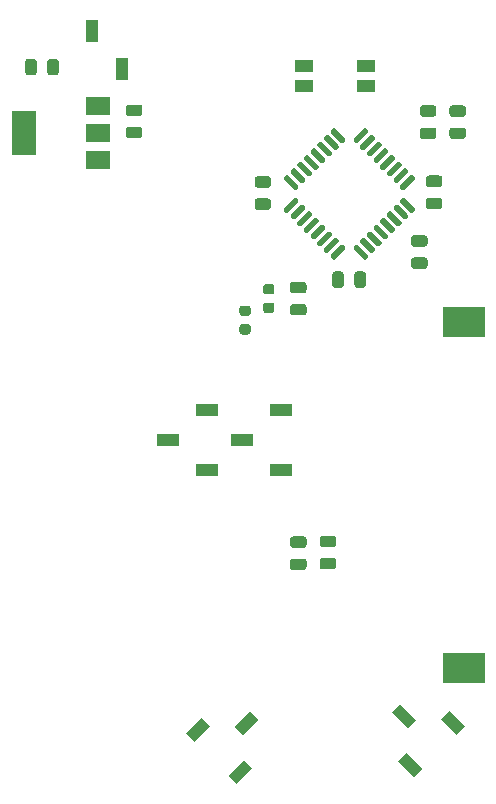
<source format=gbr>
%TF.GenerationSoftware,KiCad,Pcbnew,(5.1.6)-1*%
%TF.CreationDate,2020-12-12T17:11:38+01:00*%
%TF.ProjectId,stm32L412K8T6,73746d33-324c-4343-9132-4b3854362e6b,rev?*%
%TF.SameCoordinates,Original*%
%TF.FileFunction,Paste,Top*%
%TF.FilePolarity,Positive*%
%FSLAX46Y46*%
G04 Gerber Fmt 4.6, Leading zero omitted, Abs format (unit mm)*
G04 Created by KiCad (PCBNEW (5.1.6)-1) date 2020-12-12 17:11:38*
%MOMM*%
%LPD*%
G01*
G04 APERTURE LIST*
%ADD10R,3.600000X2.600000*%
%ADD11R,1.550000X1.000000*%
%ADD12R,1.900000X1.000000*%
%ADD13C,0.100000*%
%ADD14R,1.000000X1.900000*%
%ADD15R,2.000000X1.500000*%
%ADD16R,2.000000X3.800000*%
G04 APERTURE END LIST*
D10*
%TO.C,BT1*%
X202500000Y-114300000D03*
X202500000Y-85000000D03*
%TD*%
%TO.C,C1*%
G36*
G01*
X185956250Y-73612500D02*
X185043750Y-73612500D01*
G75*
G02*
X184800000Y-73368750I0J243750D01*
G01*
X184800000Y-72881250D01*
G75*
G02*
X185043750Y-72637500I243750J0D01*
G01*
X185956250Y-72637500D01*
G75*
G02*
X186200000Y-72881250I0J-243750D01*
G01*
X186200000Y-73368750D01*
G75*
G02*
X185956250Y-73612500I-243750J0D01*
G01*
G37*
G36*
G01*
X185956250Y-75487500D02*
X185043750Y-75487500D01*
G75*
G02*
X184800000Y-75243750I0J243750D01*
G01*
X184800000Y-74756250D01*
G75*
G02*
X185043750Y-74512500I243750J0D01*
G01*
X185956250Y-74512500D01*
G75*
G02*
X186200000Y-74756250I0J-243750D01*
G01*
X186200000Y-75243750D01*
G75*
G02*
X185956250Y-75487500I-243750J0D01*
G01*
G37*
%TD*%
D11*
%TO.C,B*%
X189000000Y-65000000D03*
X194250000Y-65000000D03*
X194250000Y-63300000D03*
X189000000Y-63300000D03*
%TD*%
D12*
%TO.C,J6*%
X187050000Y-97490000D03*
X187050000Y-92410000D03*
X183750000Y-94950000D03*
%TD*%
D13*
%TO.C,J5*%
G36*
X180318198Y-118474695D02*
G01*
X181025305Y-119181802D01*
X179681802Y-120525305D01*
X178974695Y-119818198D01*
X180318198Y-118474695D01*
G37*
G36*
X183910300Y-122066797D02*
G01*
X184617407Y-122773904D01*
X183273904Y-124117407D01*
X182566797Y-123410300D01*
X183910300Y-122066797D01*
G37*
G36*
X184447701Y-117937294D02*
G01*
X185154808Y-118644401D01*
X183811305Y-119987904D01*
X183104198Y-119280797D01*
X184447701Y-117937294D01*
G37*
%TD*%
D12*
%TO.C,J4*%
X180800000Y-97480000D03*
X180800000Y-92400000D03*
X177500000Y-94940000D03*
%TD*%
D13*
%TO.C,J2*%
G36*
X196974695Y-122181802D02*
G01*
X197681802Y-121474695D01*
X199025305Y-122818198D01*
X198318198Y-123525305D01*
X196974695Y-122181802D01*
G37*
G36*
X200566797Y-118589700D02*
G01*
X201273904Y-117882593D01*
X202617407Y-119226096D01*
X201910300Y-119933203D01*
X200566797Y-118589700D01*
G37*
G36*
X196437294Y-118052299D02*
G01*
X197144401Y-117345192D01*
X198487904Y-118688695D01*
X197780797Y-119395802D01*
X196437294Y-118052299D01*
G37*
%TD*%
D14*
%TO.C,J1*%
X173600000Y-63600000D03*
X171060000Y-60300000D03*
%TD*%
%TO.C,U1*%
G36*
G01*
X187459604Y-75728947D02*
X187282828Y-75552170D01*
G75*
G02*
X187282828Y-75375394I88388J88388D01*
G01*
X188166711Y-74491511D01*
G75*
G02*
X188343487Y-74491511I88388J-88388D01*
G01*
X188520264Y-74668288D01*
G75*
G02*
X188520264Y-74845064I-88388J-88388D01*
G01*
X187636381Y-75728947D01*
G75*
G02*
X187459605Y-75728947I-88388J88388D01*
G01*
G37*
G36*
G01*
X188025290Y-76294632D02*
X187848514Y-76117855D01*
G75*
G02*
X187848514Y-75941079I88388J88388D01*
G01*
X188732397Y-75057196D01*
G75*
G02*
X188909173Y-75057196I88388J-88388D01*
G01*
X189085950Y-75233973D01*
G75*
G02*
X189085950Y-75410749I-88388J-88388D01*
G01*
X188202067Y-76294632D01*
G75*
G02*
X188025291Y-76294632I-88388J88388D01*
G01*
G37*
G36*
G01*
X188590975Y-76860318D02*
X188414199Y-76683541D01*
G75*
G02*
X188414199Y-76506765I88388J88388D01*
G01*
X189298082Y-75622882D01*
G75*
G02*
X189474858Y-75622882I88388J-88388D01*
G01*
X189651635Y-75799659D01*
G75*
G02*
X189651635Y-75976435I-88388J-88388D01*
G01*
X188767752Y-76860318D01*
G75*
G02*
X188590976Y-76860318I-88388J88388D01*
G01*
G37*
G36*
G01*
X189156660Y-77426003D02*
X188979884Y-77249226D01*
G75*
G02*
X188979884Y-77072450I88388J88388D01*
G01*
X189863767Y-76188567D01*
G75*
G02*
X190040543Y-76188567I88388J-88388D01*
G01*
X190217320Y-76365344D01*
G75*
G02*
X190217320Y-76542120I-88388J-88388D01*
G01*
X189333437Y-77426003D01*
G75*
G02*
X189156661Y-77426003I-88388J88388D01*
G01*
G37*
G36*
G01*
X189722346Y-77991689D02*
X189545570Y-77814912D01*
G75*
G02*
X189545570Y-77638136I88388J88388D01*
G01*
X190429453Y-76754253D01*
G75*
G02*
X190606229Y-76754253I88388J-88388D01*
G01*
X190783006Y-76931030D01*
G75*
G02*
X190783006Y-77107806I-88388J-88388D01*
G01*
X189899123Y-77991689D01*
G75*
G02*
X189722347Y-77991689I-88388J88388D01*
G01*
G37*
G36*
G01*
X190288031Y-78557374D02*
X190111255Y-78380597D01*
G75*
G02*
X190111255Y-78203821I88388J88388D01*
G01*
X190995138Y-77319938D01*
G75*
G02*
X191171914Y-77319938I88388J-88388D01*
G01*
X191348691Y-77496715D01*
G75*
G02*
X191348691Y-77673491I-88388J-88388D01*
G01*
X190464808Y-78557374D01*
G75*
G02*
X190288032Y-78557374I-88388J88388D01*
G01*
G37*
G36*
G01*
X190853717Y-79123059D02*
X190676941Y-78946282D01*
G75*
G02*
X190676941Y-78769506I88388J88388D01*
G01*
X191560824Y-77885623D01*
G75*
G02*
X191737600Y-77885623I88388J-88388D01*
G01*
X191914377Y-78062400D01*
G75*
G02*
X191914377Y-78239176I-88388J-88388D01*
G01*
X191030494Y-79123059D01*
G75*
G02*
X190853718Y-79123059I-88388J88388D01*
G01*
G37*
G36*
G01*
X191419402Y-79688745D02*
X191242626Y-79511968D01*
G75*
G02*
X191242626Y-79335192I88388J88388D01*
G01*
X192126509Y-78451309D01*
G75*
G02*
X192303285Y-78451309I88388J-88388D01*
G01*
X192480062Y-78628086D01*
G75*
G02*
X192480062Y-78804862I-88388J-88388D01*
G01*
X191596179Y-79688745D01*
G75*
G02*
X191419403Y-79688745I-88388J88388D01*
G01*
G37*
G36*
G01*
X194071053Y-79688745D02*
X193187170Y-78804862D01*
G75*
G02*
X193187170Y-78628086I88388J88388D01*
G01*
X193363947Y-78451309D01*
G75*
G02*
X193540723Y-78451309I88388J-88388D01*
G01*
X194424606Y-79335192D01*
G75*
G02*
X194424606Y-79511968I-88388J-88388D01*
G01*
X194247829Y-79688745D01*
G75*
G02*
X194071053Y-79688745I-88388J88388D01*
G01*
G37*
G36*
G01*
X194636738Y-79123059D02*
X193752855Y-78239176D01*
G75*
G02*
X193752855Y-78062400I88388J88388D01*
G01*
X193929632Y-77885623D01*
G75*
G02*
X194106408Y-77885623I88388J-88388D01*
G01*
X194990291Y-78769506D01*
G75*
G02*
X194990291Y-78946282I-88388J-88388D01*
G01*
X194813514Y-79123059D01*
G75*
G02*
X194636738Y-79123059I-88388J88388D01*
G01*
G37*
G36*
G01*
X195202424Y-78557374D02*
X194318541Y-77673491D01*
G75*
G02*
X194318541Y-77496715I88388J88388D01*
G01*
X194495318Y-77319938D01*
G75*
G02*
X194672094Y-77319938I88388J-88388D01*
G01*
X195555977Y-78203821D01*
G75*
G02*
X195555977Y-78380597I-88388J-88388D01*
G01*
X195379200Y-78557374D01*
G75*
G02*
X195202424Y-78557374I-88388J88388D01*
G01*
G37*
G36*
G01*
X195768109Y-77991689D02*
X194884226Y-77107806D01*
G75*
G02*
X194884226Y-76931030I88388J88388D01*
G01*
X195061003Y-76754253D01*
G75*
G02*
X195237779Y-76754253I88388J-88388D01*
G01*
X196121662Y-77638136D01*
G75*
G02*
X196121662Y-77814912I-88388J-88388D01*
G01*
X195944885Y-77991689D01*
G75*
G02*
X195768109Y-77991689I-88388J88388D01*
G01*
G37*
G36*
G01*
X196333795Y-77426003D02*
X195449912Y-76542120D01*
G75*
G02*
X195449912Y-76365344I88388J88388D01*
G01*
X195626689Y-76188567D01*
G75*
G02*
X195803465Y-76188567I88388J-88388D01*
G01*
X196687348Y-77072450D01*
G75*
G02*
X196687348Y-77249226I-88388J-88388D01*
G01*
X196510571Y-77426003D01*
G75*
G02*
X196333795Y-77426003I-88388J88388D01*
G01*
G37*
G36*
G01*
X196899480Y-76860318D02*
X196015597Y-75976435D01*
G75*
G02*
X196015597Y-75799659I88388J88388D01*
G01*
X196192374Y-75622882D01*
G75*
G02*
X196369150Y-75622882I88388J-88388D01*
G01*
X197253033Y-76506765D01*
G75*
G02*
X197253033Y-76683541I-88388J-88388D01*
G01*
X197076256Y-76860318D01*
G75*
G02*
X196899480Y-76860318I-88388J88388D01*
G01*
G37*
G36*
G01*
X197465165Y-76294632D02*
X196581282Y-75410749D01*
G75*
G02*
X196581282Y-75233973I88388J88388D01*
G01*
X196758059Y-75057196D01*
G75*
G02*
X196934835Y-75057196I88388J-88388D01*
G01*
X197818718Y-75941079D01*
G75*
G02*
X197818718Y-76117855I-88388J-88388D01*
G01*
X197641941Y-76294632D01*
G75*
G02*
X197465165Y-76294632I-88388J88388D01*
G01*
G37*
G36*
G01*
X198030851Y-75728947D02*
X197146968Y-74845064D01*
G75*
G02*
X197146968Y-74668288I88388J88388D01*
G01*
X197323745Y-74491511D01*
G75*
G02*
X197500521Y-74491511I88388J-88388D01*
G01*
X198384404Y-75375394D01*
G75*
G02*
X198384404Y-75552170I-88388J-88388D01*
G01*
X198207627Y-75728947D01*
G75*
G02*
X198030851Y-75728947I-88388J88388D01*
G01*
G37*
G36*
G01*
X197323744Y-73784403D02*
X197146968Y-73607626D01*
G75*
G02*
X197146968Y-73430850I88388J88388D01*
G01*
X198030851Y-72546967D01*
G75*
G02*
X198207627Y-72546967I88388J-88388D01*
G01*
X198384404Y-72723744D01*
G75*
G02*
X198384404Y-72900520I-88388J-88388D01*
G01*
X197500521Y-73784403D01*
G75*
G02*
X197323745Y-73784403I-88388J88388D01*
G01*
G37*
G36*
G01*
X196758058Y-73218718D02*
X196581282Y-73041941D01*
G75*
G02*
X196581282Y-72865165I88388J88388D01*
G01*
X197465165Y-71981282D01*
G75*
G02*
X197641941Y-71981282I88388J-88388D01*
G01*
X197818718Y-72158059D01*
G75*
G02*
X197818718Y-72334835I-88388J-88388D01*
G01*
X196934835Y-73218718D01*
G75*
G02*
X196758059Y-73218718I-88388J88388D01*
G01*
G37*
G36*
G01*
X196192373Y-72653032D02*
X196015597Y-72476255D01*
G75*
G02*
X196015597Y-72299479I88388J88388D01*
G01*
X196899480Y-71415596D01*
G75*
G02*
X197076256Y-71415596I88388J-88388D01*
G01*
X197253033Y-71592373D01*
G75*
G02*
X197253033Y-71769149I-88388J-88388D01*
G01*
X196369150Y-72653032D01*
G75*
G02*
X196192374Y-72653032I-88388J88388D01*
G01*
G37*
G36*
G01*
X195626688Y-72087347D02*
X195449912Y-71910570D01*
G75*
G02*
X195449912Y-71733794I88388J88388D01*
G01*
X196333795Y-70849911D01*
G75*
G02*
X196510571Y-70849911I88388J-88388D01*
G01*
X196687348Y-71026688D01*
G75*
G02*
X196687348Y-71203464I-88388J-88388D01*
G01*
X195803465Y-72087347D01*
G75*
G02*
X195626689Y-72087347I-88388J88388D01*
G01*
G37*
G36*
G01*
X195061002Y-71521661D02*
X194884226Y-71344884D01*
G75*
G02*
X194884226Y-71168108I88388J88388D01*
G01*
X195768109Y-70284225D01*
G75*
G02*
X195944885Y-70284225I88388J-88388D01*
G01*
X196121662Y-70461002D01*
G75*
G02*
X196121662Y-70637778I-88388J-88388D01*
G01*
X195237779Y-71521661D01*
G75*
G02*
X195061003Y-71521661I-88388J88388D01*
G01*
G37*
G36*
G01*
X194495317Y-70955976D02*
X194318541Y-70779199D01*
G75*
G02*
X194318541Y-70602423I88388J88388D01*
G01*
X195202424Y-69718540D01*
G75*
G02*
X195379200Y-69718540I88388J-88388D01*
G01*
X195555977Y-69895317D01*
G75*
G02*
X195555977Y-70072093I-88388J-88388D01*
G01*
X194672094Y-70955976D01*
G75*
G02*
X194495318Y-70955976I-88388J88388D01*
G01*
G37*
G36*
G01*
X193929631Y-70390291D02*
X193752855Y-70213514D01*
G75*
G02*
X193752855Y-70036738I88388J88388D01*
G01*
X194636738Y-69152855D01*
G75*
G02*
X194813514Y-69152855I88388J-88388D01*
G01*
X194990291Y-69329632D01*
G75*
G02*
X194990291Y-69506408I-88388J-88388D01*
G01*
X194106408Y-70390291D01*
G75*
G02*
X193929632Y-70390291I-88388J88388D01*
G01*
G37*
G36*
G01*
X193363946Y-69824605D02*
X193187170Y-69647828D01*
G75*
G02*
X193187170Y-69471052I88388J88388D01*
G01*
X194071053Y-68587169D01*
G75*
G02*
X194247829Y-68587169I88388J-88388D01*
G01*
X194424606Y-68763946D01*
G75*
G02*
X194424606Y-68940722I-88388J-88388D01*
G01*
X193540723Y-69824605D01*
G75*
G02*
X193363947Y-69824605I-88388J88388D01*
G01*
G37*
G36*
G01*
X192126509Y-69824605D02*
X191242626Y-68940722D01*
G75*
G02*
X191242626Y-68763946I88388J88388D01*
G01*
X191419403Y-68587169D01*
G75*
G02*
X191596179Y-68587169I88388J-88388D01*
G01*
X192480062Y-69471052D01*
G75*
G02*
X192480062Y-69647828I-88388J-88388D01*
G01*
X192303285Y-69824605D01*
G75*
G02*
X192126509Y-69824605I-88388J88388D01*
G01*
G37*
G36*
G01*
X191560824Y-70390291D02*
X190676941Y-69506408D01*
G75*
G02*
X190676941Y-69329632I88388J88388D01*
G01*
X190853718Y-69152855D01*
G75*
G02*
X191030494Y-69152855I88388J-88388D01*
G01*
X191914377Y-70036738D01*
G75*
G02*
X191914377Y-70213514I-88388J-88388D01*
G01*
X191737600Y-70390291D01*
G75*
G02*
X191560824Y-70390291I-88388J88388D01*
G01*
G37*
G36*
G01*
X190995138Y-70955976D02*
X190111255Y-70072093D01*
G75*
G02*
X190111255Y-69895317I88388J88388D01*
G01*
X190288032Y-69718540D01*
G75*
G02*
X190464808Y-69718540I88388J-88388D01*
G01*
X191348691Y-70602423D01*
G75*
G02*
X191348691Y-70779199I-88388J-88388D01*
G01*
X191171914Y-70955976D01*
G75*
G02*
X190995138Y-70955976I-88388J88388D01*
G01*
G37*
G36*
G01*
X190429453Y-71521661D02*
X189545570Y-70637778D01*
G75*
G02*
X189545570Y-70461002I88388J88388D01*
G01*
X189722347Y-70284225D01*
G75*
G02*
X189899123Y-70284225I88388J-88388D01*
G01*
X190783006Y-71168108D01*
G75*
G02*
X190783006Y-71344884I-88388J-88388D01*
G01*
X190606229Y-71521661D01*
G75*
G02*
X190429453Y-71521661I-88388J88388D01*
G01*
G37*
G36*
G01*
X189863767Y-72087347D02*
X188979884Y-71203464D01*
G75*
G02*
X188979884Y-71026688I88388J88388D01*
G01*
X189156661Y-70849911D01*
G75*
G02*
X189333437Y-70849911I88388J-88388D01*
G01*
X190217320Y-71733794D01*
G75*
G02*
X190217320Y-71910570I-88388J-88388D01*
G01*
X190040543Y-72087347D01*
G75*
G02*
X189863767Y-72087347I-88388J88388D01*
G01*
G37*
G36*
G01*
X189298082Y-72653032D02*
X188414199Y-71769149D01*
G75*
G02*
X188414199Y-71592373I88388J88388D01*
G01*
X188590976Y-71415596D01*
G75*
G02*
X188767752Y-71415596I88388J-88388D01*
G01*
X189651635Y-72299479D01*
G75*
G02*
X189651635Y-72476255I-88388J-88388D01*
G01*
X189474858Y-72653032D01*
G75*
G02*
X189298082Y-72653032I-88388J88388D01*
G01*
G37*
G36*
G01*
X188732397Y-73218718D02*
X187848514Y-72334835D01*
G75*
G02*
X187848514Y-72158059I88388J88388D01*
G01*
X188025291Y-71981282D01*
G75*
G02*
X188202067Y-71981282I88388J-88388D01*
G01*
X189085950Y-72865165D01*
G75*
G02*
X189085950Y-73041941I-88388J-88388D01*
G01*
X188909173Y-73218718D01*
G75*
G02*
X188732397Y-73218718I-88388J88388D01*
G01*
G37*
G36*
G01*
X188166711Y-73784403D02*
X187282828Y-72900520D01*
G75*
G02*
X187282828Y-72723744I88388J88388D01*
G01*
X187459605Y-72546967D01*
G75*
G02*
X187636381Y-72546967I88388J-88388D01*
G01*
X188520264Y-73430850D01*
G75*
G02*
X188520264Y-73607626I-88388J-88388D01*
G01*
X188343487Y-73784403D01*
G75*
G02*
X188166711Y-73784403I-88388J88388D01*
G01*
G37*
%TD*%
D15*
%TO.C,U2*%
X171550000Y-71300000D03*
X171550000Y-66700000D03*
X171550000Y-69000000D03*
D16*
X165250000Y-69000000D03*
%TD*%
%TO.C,R7*%
G36*
G01*
X188956250Y-82550000D02*
X188043750Y-82550000D01*
G75*
G02*
X187800000Y-82306250I0J243750D01*
G01*
X187800000Y-81818750D01*
G75*
G02*
X188043750Y-81575000I243750J0D01*
G01*
X188956250Y-81575000D01*
G75*
G02*
X189200000Y-81818750I0J-243750D01*
G01*
X189200000Y-82306250D01*
G75*
G02*
X188956250Y-82550000I-243750J0D01*
G01*
G37*
G36*
G01*
X188956250Y-84425000D02*
X188043750Y-84425000D01*
G75*
G02*
X187800000Y-84181250I0J243750D01*
G01*
X187800000Y-83693750D01*
G75*
G02*
X188043750Y-83450000I243750J0D01*
G01*
X188956250Y-83450000D01*
G75*
G02*
X189200000Y-83693750I0J-243750D01*
G01*
X189200000Y-84181250D01*
G75*
G02*
X188956250Y-84425000I-243750J0D01*
G01*
G37*
%TD*%
%TO.C,R6*%
G36*
G01*
X199956250Y-67612500D02*
X199043750Y-67612500D01*
G75*
G02*
X198800000Y-67368750I0J243750D01*
G01*
X198800000Y-66881250D01*
G75*
G02*
X199043750Y-66637500I243750J0D01*
G01*
X199956250Y-66637500D01*
G75*
G02*
X200200000Y-66881250I0J-243750D01*
G01*
X200200000Y-67368750D01*
G75*
G02*
X199956250Y-67612500I-243750J0D01*
G01*
G37*
G36*
G01*
X199956250Y-69487500D02*
X199043750Y-69487500D01*
G75*
G02*
X198800000Y-69243750I0J243750D01*
G01*
X198800000Y-68756250D01*
G75*
G02*
X199043750Y-68512500I243750J0D01*
G01*
X199956250Y-68512500D01*
G75*
G02*
X200200000Y-68756250I0J-243750D01*
G01*
X200200000Y-69243750D01*
G75*
G02*
X199956250Y-69487500I-243750J0D01*
G01*
G37*
%TD*%
%TO.C,R5*%
G36*
G01*
X199206250Y-78612500D02*
X198293750Y-78612500D01*
G75*
G02*
X198050000Y-78368750I0J243750D01*
G01*
X198050000Y-77881250D01*
G75*
G02*
X198293750Y-77637500I243750J0D01*
G01*
X199206250Y-77637500D01*
G75*
G02*
X199450000Y-77881250I0J-243750D01*
G01*
X199450000Y-78368750D01*
G75*
G02*
X199206250Y-78612500I-243750J0D01*
G01*
G37*
G36*
G01*
X199206250Y-80487500D02*
X198293750Y-80487500D01*
G75*
G02*
X198050000Y-80243750I0J243750D01*
G01*
X198050000Y-79756250D01*
G75*
G02*
X198293750Y-79512500I243750J0D01*
G01*
X199206250Y-79512500D01*
G75*
G02*
X199450000Y-79756250I0J-243750D01*
G01*
X199450000Y-80243750D01*
G75*
G02*
X199206250Y-80487500I-243750J0D01*
G01*
G37*
%TD*%
%TO.C,R4*%
G36*
G01*
X190543750Y-104950000D02*
X191456250Y-104950000D01*
G75*
G02*
X191700000Y-105193750I0J-243750D01*
G01*
X191700000Y-105681250D01*
G75*
G02*
X191456250Y-105925000I-243750J0D01*
G01*
X190543750Y-105925000D01*
G75*
G02*
X190300000Y-105681250I0J243750D01*
G01*
X190300000Y-105193750D01*
G75*
G02*
X190543750Y-104950000I243750J0D01*
G01*
G37*
G36*
G01*
X190543750Y-103075000D02*
X191456250Y-103075000D01*
G75*
G02*
X191700000Y-103318750I0J-243750D01*
G01*
X191700000Y-103806250D01*
G75*
G02*
X191456250Y-104050000I-243750J0D01*
G01*
X190543750Y-104050000D01*
G75*
G02*
X190300000Y-103806250I0J243750D01*
G01*
X190300000Y-103318750D01*
G75*
G02*
X190543750Y-103075000I243750J0D01*
G01*
G37*
%TD*%
%TO.C,R3*%
G36*
G01*
X188043750Y-105012500D02*
X188956250Y-105012500D01*
G75*
G02*
X189200000Y-105256250I0J-243750D01*
G01*
X189200000Y-105743750D01*
G75*
G02*
X188956250Y-105987500I-243750J0D01*
G01*
X188043750Y-105987500D01*
G75*
G02*
X187800000Y-105743750I0J243750D01*
G01*
X187800000Y-105256250D01*
G75*
G02*
X188043750Y-105012500I243750J0D01*
G01*
G37*
G36*
G01*
X188043750Y-103137500D02*
X188956250Y-103137500D01*
G75*
G02*
X189200000Y-103381250I0J-243750D01*
G01*
X189200000Y-103868750D01*
G75*
G02*
X188956250Y-104112500I-243750J0D01*
G01*
X188043750Y-104112500D01*
G75*
G02*
X187800000Y-103868750I0J243750D01*
G01*
X187800000Y-103381250D01*
G75*
G02*
X188043750Y-103137500I243750J0D01*
G01*
G37*
%TD*%
%TO.C,D1*%
G36*
G01*
X202456250Y-67612500D02*
X201543750Y-67612500D01*
G75*
G02*
X201300000Y-67368750I0J243750D01*
G01*
X201300000Y-66881250D01*
G75*
G02*
X201543750Y-66637500I243750J0D01*
G01*
X202456250Y-66637500D01*
G75*
G02*
X202700000Y-66881250I0J-243750D01*
G01*
X202700000Y-67368750D01*
G75*
G02*
X202456250Y-67612500I-243750J0D01*
G01*
G37*
G36*
G01*
X202456250Y-69487500D02*
X201543750Y-69487500D01*
G75*
G02*
X201300000Y-69243750I0J243750D01*
G01*
X201300000Y-68756250D01*
G75*
G02*
X201543750Y-68512500I243750J0D01*
G01*
X202456250Y-68512500D01*
G75*
G02*
X202700000Y-68756250I0J-243750D01*
G01*
X202700000Y-69243750D01*
G75*
G02*
X202456250Y-69487500I-243750J0D01*
G01*
G37*
%TD*%
%TO.C,C7*%
G36*
G01*
X174143750Y-68450000D02*
X175056250Y-68450000D01*
G75*
G02*
X175300000Y-68693750I0J-243750D01*
G01*
X175300000Y-69181250D01*
G75*
G02*
X175056250Y-69425000I-243750J0D01*
G01*
X174143750Y-69425000D01*
G75*
G02*
X173900000Y-69181250I0J243750D01*
G01*
X173900000Y-68693750D01*
G75*
G02*
X174143750Y-68450000I243750J0D01*
G01*
G37*
G36*
G01*
X174143750Y-66575000D02*
X175056250Y-66575000D01*
G75*
G02*
X175300000Y-66818750I0J-243750D01*
G01*
X175300000Y-67306250D01*
G75*
G02*
X175056250Y-67550000I-243750J0D01*
G01*
X174143750Y-67550000D01*
G75*
G02*
X173900000Y-67306250I0J243750D01*
G01*
X173900000Y-66818750D01*
G75*
G02*
X174143750Y-66575000I243750J0D01*
G01*
G37*
%TD*%
%TO.C,C6*%
G36*
G01*
X166350000Y-62943750D02*
X166350000Y-63856250D01*
G75*
G02*
X166106250Y-64100000I-243750J0D01*
G01*
X165618750Y-64100000D01*
G75*
G02*
X165375000Y-63856250I0J243750D01*
G01*
X165375000Y-62943750D01*
G75*
G02*
X165618750Y-62700000I243750J0D01*
G01*
X166106250Y-62700000D01*
G75*
G02*
X166350000Y-62943750I0J-243750D01*
G01*
G37*
G36*
G01*
X168225000Y-62943750D02*
X168225000Y-63856250D01*
G75*
G02*
X167981250Y-64100000I-243750J0D01*
G01*
X167493750Y-64100000D01*
G75*
G02*
X167250000Y-63856250I0J243750D01*
G01*
X167250000Y-62943750D01*
G75*
G02*
X167493750Y-62700000I243750J0D01*
G01*
X167981250Y-62700000D01*
G75*
G02*
X168225000Y-62943750I0J-243750D01*
G01*
G37*
%TD*%
%TO.C,C5*%
G36*
G01*
X193250000Y-81856250D02*
X193250000Y-80943750D01*
G75*
G02*
X193493750Y-80700000I243750J0D01*
G01*
X193981250Y-80700000D01*
G75*
G02*
X194225000Y-80943750I0J-243750D01*
G01*
X194225000Y-81856250D01*
G75*
G02*
X193981250Y-82100000I-243750J0D01*
G01*
X193493750Y-82100000D01*
G75*
G02*
X193250000Y-81856250I0J243750D01*
G01*
G37*
G36*
G01*
X191375000Y-81856250D02*
X191375000Y-80943750D01*
G75*
G02*
X191618750Y-80700000I243750J0D01*
G01*
X192106250Y-80700000D01*
G75*
G02*
X192350000Y-80943750I0J-243750D01*
G01*
X192350000Y-81856250D01*
G75*
G02*
X192106250Y-82100000I-243750J0D01*
G01*
X191618750Y-82100000D01*
G75*
G02*
X191375000Y-81856250I0J243750D01*
G01*
G37*
%TD*%
%TO.C,C4*%
G36*
G01*
X183743750Y-85162500D02*
X184256250Y-85162500D01*
G75*
G02*
X184475000Y-85381250I0J-218750D01*
G01*
X184475000Y-85818750D01*
G75*
G02*
X184256250Y-86037500I-218750J0D01*
G01*
X183743750Y-86037500D01*
G75*
G02*
X183525000Y-85818750I0J218750D01*
G01*
X183525000Y-85381250D01*
G75*
G02*
X183743750Y-85162500I218750J0D01*
G01*
G37*
G36*
G01*
X183743750Y-83587500D02*
X184256250Y-83587500D01*
G75*
G02*
X184475000Y-83806250I0J-218750D01*
G01*
X184475000Y-84243750D01*
G75*
G02*
X184256250Y-84462500I-218750J0D01*
G01*
X183743750Y-84462500D01*
G75*
G02*
X183525000Y-84243750I0J218750D01*
G01*
X183525000Y-83806250D01*
G75*
G02*
X183743750Y-83587500I218750J0D01*
G01*
G37*
%TD*%
%TO.C,C3*%
G36*
G01*
X199543750Y-74450000D02*
X200456250Y-74450000D01*
G75*
G02*
X200700000Y-74693750I0J-243750D01*
G01*
X200700000Y-75181250D01*
G75*
G02*
X200456250Y-75425000I-243750J0D01*
G01*
X199543750Y-75425000D01*
G75*
G02*
X199300000Y-75181250I0J243750D01*
G01*
X199300000Y-74693750D01*
G75*
G02*
X199543750Y-74450000I243750J0D01*
G01*
G37*
G36*
G01*
X199543750Y-72575000D02*
X200456250Y-72575000D01*
G75*
G02*
X200700000Y-72818750I0J-243750D01*
G01*
X200700000Y-73306250D01*
G75*
G02*
X200456250Y-73550000I-243750J0D01*
G01*
X199543750Y-73550000D01*
G75*
G02*
X199300000Y-73306250I0J243750D01*
G01*
X199300000Y-72818750D01*
G75*
G02*
X199543750Y-72575000I243750J0D01*
G01*
G37*
%TD*%
%TO.C,C2*%
G36*
G01*
X185743750Y-83350000D02*
X186256250Y-83350000D01*
G75*
G02*
X186475000Y-83568750I0J-218750D01*
G01*
X186475000Y-84006250D01*
G75*
G02*
X186256250Y-84225000I-218750J0D01*
G01*
X185743750Y-84225000D01*
G75*
G02*
X185525000Y-84006250I0J218750D01*
G01*
X185525000Y-83568750D01*
G75*
G02*
X185743750Y-83350000I218750J0D01*
G01*
G37*
G36*
G01*
X185743750Y-81775000D02*
X186256250Y-81775000D01*
G75*
G02*
X186475000Y-81993750I0J-218750D01*
G01*
X186475000Y-82431250D01*
G75*
G02*
X186256250Y-82650000I-218750J0D01*
G01*
X185743750Y-82650000D01*
G75*
G02*
X185525000Y-82431250I0J218750D01*
G01*
X185525000Y-81993750D01*
G75*
G02*
X185743750Y-81775000I218750J0D01*
G01*
G37*
%TD*%
M02*

</source>
